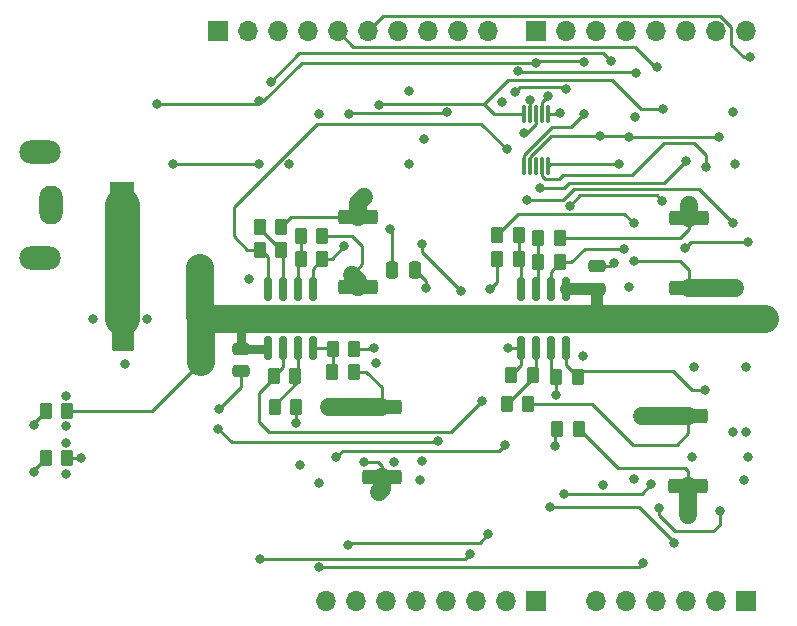
<source format=gbr>
%TF.GenerationSoftware,KiCad,Pcbnew,7.0.7*%
%TF.CreationDate,2024-11-11T15:48:16-05:00*%
%TF.ProjectId,control-board_v2,636f6e74-726f-46c2-9d62-6f6172645f76,rev?*%
%TF.SameCoordinates,Original*%
%TF.FileFunction,Copper,L4,Bot*%
%TF.FilePolarity,Positive*%
%FSLAX46Y46*%
G04 Gerber Fmt 4.6, Leading zero omitted, Abs format (unit mm)*
G04 Created by KiCad (PCBNEW 7.0.7) date 2024-11-11 15:48:16*
%MOMM*%
%LPD*%
G01*
G04 APERTURE LIST*
G04 Aperture macros list*
%AMRoundRect*
0 Rectangle with rounded corners*
0 $1 Rounding radius*
0 $2 $3 $4 $5 $6 $7 $8 $9 X,Y pos of 4 corners*
0 Add a 4 corners polygon primitive as box body*
4,1,4,$2,$3,$4,$5,$6,$7,$8,$9,$2,$3,0*
0 Add four circle primitives for the rounded corners*
1,1,$1+$1,$2,$3*
1,1,$1+$1,$4,$5*
1,1,$1+$1,$6,$7*
1,1,$1+$1,$8,$9*
0 Add four rect primitives between the rounded corners*
20,1,$1+$1,$2,$3,$4,$5,0*
20,1,$1+$1,$4,$5,$6,$7,0*
20,1,$1+$1,$6,$7,$8,$9,0*
20,1,$1+$1,$8,$9,$2,$3,0*%
G04 Aperture macros list end*
%TA.AperFunction,ComponentPad*%
%ADD10R,2.000000X4.000000*%
%TD*%
%TA.AperFunction,ComponentPad*%
%ADD11O,2.000000X3.300000*%
%TD*%
%TA.AperFunction,ComponentPad*%
%ADD12O,3.500000X2.000000*%
%TD*%
%TA.AperFunction,SMDPad,CuDef*%
%ADD13RoundRect,0.250000X1.425000X-0.362500X1.425000X0.362500X-1.425000X0.362500X-1.425000X-0.362500X0*%
%TD*%
%TA.AperFunction,SMDPad,CuDef*%
%ADD14RoundRect,0.250000X-0.262500X-0.450000X0.262500X-0.450000X0.262500X0.450000X-0.262500X0.450000X0*%
%TD*%
%TA.AperFunction,SMDPad,CuDef*%
%ADD15RoundRect,0.250000X0.262500X0.450000X-0.262500X0.450000X-0.262500X-0.450000X0.262500X-0.450000X0*%
%TD*%
%TA.AperFunction,ComponentPad*%
%ADD16R,1.700000X1.700000*%
%TD*%
%TA.AperFunction,ComponentPad*%
%ADD17O,1.700000X1.700000*%
%TD*%
%TA.AperFunction,SMDPad,CuDef*%
%ADD18RoundRect,0.150000X0.150000X-0.825000X0.150000X0.825000X-0.150000X0.825000X-0.150000X-0.825000X0*%
%TD*%
%TA.AperFunction,SMDPad,CuDef*%
%ADD19RoundRect,0.250000X0.475000X-0.250000X0.475000X0.250000X-0.475000X0.250000X-0.475000X-0.250000X0*%
%TD*%
%TA.AperFunction,SMDPad,CuDef*%
%ADD20RoundRect,0.250000X-1.425000X0.362500X-1.425000X-0.362500X1.425000X-0.362500X1.425000X0.362500X0*%
%TD*%
%TA.AperFunction,SMDPad,CuDef*%
%ADD21RoundRect,0.250000X-0.712500X-2.475000X0.712500X-2.475000X0.712500X2.475000X-0.712500X2.475000X0*%
%TD*%
%TA.AperFunction,SMDPad,CuDef*%
%ADD22RoundRect,0.150000X-0.150000X0.825000X-0.150000X-0.825000X0.150000X-0.825000X0.150000X0.825000X0*%
%TD*%
%TA.AperFunction,SMDPad,CuDef*%
%ADD23RoundRect,0.250000X-0.475000X0.250000X-0.475000X-0.250000X0.475000X-0.250000X0.475000X0.250000X0*%
%TD*%
%TA.AperFunction,SMDPad,CuDef*%
%ADD24RoundRect,0.075000X-0.075000X0.650000X-0.075000X-0.650000X0.075000X-0.650000X0.075000X0.650000X0*%
%TD*%
%TA.AperFunction,SMDPad,CuDef*%
%ADD25RoundRect,0.250000X-0.250000X-0.475000X0.250000X-0.475000X0.250000X0.475000X-0.250000X0.475000X0*%
%TD*%
%TA.AperFunction,ViaPad*%
%ADD26C,0.800000*%
%TD*%
%TA.AperFunction,ViaPad*%
%ADD27C,1.600000*%
%TD*%
%TA.AperFunction,Conductor*%
%ADD28C,0.250000*%
%TD*%
%TA.AperFunction,Conductor*%
%ADD29C,2.350000*%
%TD*%
%TA.AperFunction,Conductor*%
%ADD30C,0.750000*%
%TD*%
%TA.AperFunction,Conductor*%
%ADD31C,1.000000*%
%TD*%
%TA.AperFunction,Conductor*%
%ADD32C,1.500000*%
%TD*%
%TA.AperFunction,Conductor*%
%ADD33C,3.000000*%
%TD*%
G04 APERTURE END LIST*
D10*
%TO.P,J1,1*%
%TO.N,/9V_IN*%
X27570000Y-32560000D03*
D11*
%TO.P,J1,2*%
%TO.N,GND*%
X21570000Y-32560000D03*
D12*
%TO.P,J1,MP*%
%TO.N,N/C*%
X20570000Y-28060000D03*
X20570000Y-37060000D03*
%TD*%
D13*
%TO.P,R14,1*%
%TO.N,Net-(R14-Pad1)*%
X75510000Y-39592500D03*
%TO.P,R14,2*%
%TO.N,4-Heater*%
X75510000Y-33667500D03*
%TD*%
D14*
%TO.P,R6,1*%
%TO.N,/current-sensing/V_{h1}*%
X39187500Y-36380000D03*
%TO.P,R6,2*%
%TO.N,Net-(U2A--)*%
X41012500Y-36380000D03*
%TD*%
D15*
%TO.P,R18,1*%
%TO.N,+9V*%
X22912500Y-50000000D03*
%TO.P,R18,2*%
%TO.N,Net-(D18-A)*%
X21087500Y-50000000D03*
%TD*%
%TO.P,R22,1*%
%TO.N,/current-sensing/V_{h4}*%
X64622500Y-37420000D03*
%TO.P,R22,2*%
%TO.N,Net-(U4B--)*%
X62797500Y-37420000D03*
%TD*%
D13*
%TO.P,R1,1*%
%TO.N,Net-(R1-Pad1)*%
X47560000Y-39480000D03*
%TO.P,R1,2*%
%TO.N,1-Heater*%
X47560000Y-33555000D03*
%TD*%
D14*
%TO.P,R11,1*%
%TO.N,Net-(U4A-+)*%
X60127500Y-49430000D03*
%TO.P,R11,2*%
%TO.N,Net-(R11-Pad2)*%
X61952500Y-49430000D03*
%TD*%
D16*
%TO.P,J8,1,Pin_1*%
%TO.N,H2-D12*%
X35650000Y-17840000D03*
D17*
%TO.P,J8,2,Pin_2*%
%TO.N,H1-D13*%
X38190000Y-17840000D03*
%TO.P,J8,3,Pin_3*%
%TO.N,AREF*%
X40730000Y-17840000D03*
%TO.P,J8,4,Pin_4*%
%TO.N,GND*%
X43270000Y-17840000D03*
%TO.P,J8,5,Pin_5*%
%TO.N,H4-D19*%
X45810000Y-17840000D03*
%TO.P,J8,6,Pin_6*%
%TO.N,H3-D18*%
X48350000Y-17840000D03*
%TO.P,J8,7,Pin_7*%
%TO.N,S-D11*%
X50890000Y-17840000D03*
%TO.P,J8,8,Pin_8*%
%TO.N,S-D10*%
X53430000Y-17840000D03*
%TO.P,J8,9,Pin_9*%
%TO.N,S-D9*%
X55970000Y-17840000D03*
%TO.P,J8,10,Pin_10*%
%TO.N,S-D8*%
X58510000Y-17840000D03*
%TD*%
D15*
%TO.P,R10,1*%
%TO.N,3-Heater*%
X66222500Y-51500000D03*
%TO.P,R10,2*%
%TO.N,Net-(U4A--)*%
X64397500Y-51500000D03*
%TD*%
D18*
%TO.P,U4,1*%
%TO.N,/current-sensing/V_{h3}*%
X65120000Y-44645000D03*
%TO.P,U4,2,-*%
%TO.N,Net-(U4A--)*%
X63850000Y-44645000D03*
%TO.P,U4,3,+*%
%TO.N,Net-(U4A-+)*%
X62580000Y-44645000D03*
%TO.P,U4,4,V-*%
%TO.N,GND*%
X61310000Y-44645000D03*
%TO.P,U4,5,+*%
%TO.N,Net-(U4B-+)*%
X61310000Y-39695000D03*
%TO.P,U4,6,-*%
%TO.N,Net-(U4B--)*%
X62580000Y-39695000D03*
%TO.P,U4,7*%
%TO.N,/current-sensing/V_{h4}*%
X63850000Y-39695000D03*
%TO.P,U4,8,V+*%
%TO.N,+9V*%
X65120000Y-39695000D03*
%TD*%
D19*
%TO.P,C3,1*%
%TO.N,+9V*%
X67790000Y-39650000D03*
%TO.P,C3,2*%
%TO.N,GND*%
X67790000Y-37750000D03*
%TD*%
D14*
%TO.P,R4,1*%
%TO.N,Net-(U2B-+)*%
X45357500Y-46700000D03*
%TO.P,R4,2*%
%TO.N,Net-(R2-Pad1)*%
X47182500Y-46700000D03*
%TD*%
D20*
%TO.P,R9,1*%
%TO.N,Net-(R11-Pad2)*%
X75500000Y-50395000D03*
%TO.P,R9,2*%
%TO.N,3-Heater*%
X75500000Y-56320000D03*
%TD*%
%TO.P,R2,1*%
%TO.N,Net-(R2-Pad1)*%
X49540000Y-49660000D03*
%TO.P,R2,2*%
%TO.N,2-Heater*%
X49540000Y-55585000D03*
%TD*%
D15*
%TO.P,R5,1*%
%TO.N,1-Heater*%
X41012500Y-34400000D03*
%TO.P,R5,2*%
%TO.N,Net-(U2A--)*%
X39187500Y-34400000D03*
%TD*%
D16*
%TO.P,J7,1,Pin_1*%
%TO.N,A5*%
X80350000Y-66090000D03*
D17*
%TO.P,J7,2,Pin_2*%
%TO.N,A4*%
X77810000Y-66090000D03*
%TO.P,J7,3,Pin_3*%
%TO.N,A3*%
X75270000Y-66090000D03*
%TO.P,J7,4,Pin_4*%
%TO.N,A2*%
X72730000Y-66090000D03*
%TO.P,J7,5,Pin_5*%
%TO.N,A1*%
X70190000Y-66090000D03*
%TO.P,J7,6,Pin_6*%
%TO.N,A0*%
X67650000Y-66090000D03*
%TD*%
D15*
%TO.P,R12,1*%
%TO.N,Net-(U4A-+)*%
X62312500Y-46960000D03*
%TO.P,R12,2*%
%TO.N,GND*%
X60487500Y-46960000D03*
%TD*%
D21*
%TO.P,F1,1*%
%TO.N,/9V_IN*%
X27632500Y-42170000D03*
%TO.P,F1,2*%
%TO.N,+9V*%
X34407500Y-42170000D03*
%TD*%
D22*
%TO.P,U2,1*%
%TO.N,/current-sensing/V_{h1}*%
X39860000Y-39695000D03*
%TO.P,U2,2,-*%
%TO.N,Net-(U2A--)*%
X41130000Y-39695000D03*
%TO.P,U2,3,+*%
%TO.N,Net-(U2A-+)*%
X42400000Y-39695000D03*
%TO.P,U2,4,V-*%
%TO.N,GND*%
X43670000Y-39695000D03*
%TO.P,U2,5,+*%
%TO.N,Net-(U2B-+)*%
X43670000Y-44645000D03*
%TO.P,U2,6,-*%
%TO.N,Net-(U2B--)*%
X42400000Y-44645000D03*
%TO.P,U2,7*%
%TO.N,/current-sensing/V_{h2}*%
X41130000Y-44645000D03*
%TO.P,U2,8,V+*%
%TO.N,+9V*%
X39860000Y-44645000D03*
%TD*%
D14*
%TO.P,R8,1*%
%TO.N,/current-sensing/V_{h2}*%
X40377500Y-47010000D03*
%TO.P,R8,2*%
%TO.N,Net-(U2B--)*%
X42202500Y-47010000D03*
%TD*%
D15*
%TO.P,R13,1*%
%TO.N,/current-sensing/V_{h3}*%
X66122500Y-47090000D03*
%TO.P,R13,2*%
%TO.N,Net-(U4A--)*%
X64297500Y-47090000D03*
%TD*%
%TO.P,R3,1*%
%TO.N,2-Heater*%
X42282500Y-49650000D03*
%TO.P,R3,2*%
%TO.N,Net-(U2B--)*%
X40457500Y-49650000D03*
%TD*%
%TO.P,R16,1*%
%TO.N,Net-(U4B-+)*%
X61132500Y-35130000D03*
%TO.P,R16,2*%
%TO.N,Net-(R14-Pad1)*%
X59307500Y-35130000D03*
%TD*%
D14*
%TO.P,R20,1*%
%TO.N,Net-(U2A-+)*%
X42687500Y-37130000D03*
%TO.P,R20,2*%
%TO.N,GND*%
X44512500Y-37130000D03*
%TD*%
%TO.P,R7,1*%
%TO.N,Net-(U2B-+)*%
X45367500Y-44710000D03*
%TO.P,R7,2*%
%TO.N,GND*%
X47192500Y-44710000D03*
%TD*%
%TO.P,R19,1*%
%TO.N,Net-(U2A-+)*%
X42687500Y-35150000D03*
%TO.P,R19,2*%
%TO.N,Net-(R1-Pad1)*%
X44512500Y-35150000D03*
%TD*%
D16*
%TO.P,J6,1,Pin_1*%
%TO.N,Vin*%
X62570000Y-66090000D03*
D17*
%TO.P,J6,2,Pin_2*%
%TO.N,GND*%
X60030000Y-66090000D03*
%TO.P,J6,3,Pin_3*%
X57490000Y-66090000D03*
%TO.P,J6,4,Pin_4*%
%TO.N,+5V*%
X54950000Y-66090000D03*
%TO.P,J6,5,Pin_5*%
%TO.N,+3V3*%
X52410000Y-66090000D03*
%TO.P,J6,6,Pin_6*%
%TO.N,Reset*%
X49870000Y-66090000D03*
%TO.P,J6,7,Pin_7*%
%TO.N,IOREF*%
X47330000Y-66090000D03*
%TO.P,J6,8,Pin_8*%
%TO.N,unconnected-(J6-Pin_8-Pad8)*%
X44790000Y-66090000D03*
%TD*%
D23*
%TO.P,C7,1*%
%TO.N,+9V*%
X37600000Y-44750000D03*
%TO.P,C7,2*%
%TO.N,GND*%
X37600000Y-46650000D03*
%TD*%
D15*
%TO.P,R15,1*%
%TO.N,4-Heater*%
X64592500Y-35370000D03*
%TO.P,R15,2*%
%TO.N,Net-(U4B--)*%
X62767500Y-35370000D03*
%TD*%
%TO.P,R17,1*%
%TO.N,+5V*%
X22912500Y-54000000D03*
%TO.P,R17,2*%
%TO.N,Net-(D17-A)*%
X21087500Y-54000000D03*
%TD*%
D24*
%TO.P,U3,1,SCLK*%
%TO.N,CLK*%
X61580000Y-24880000D03*
%TO.P,U3,2,~{CS}*%
%TO.N,CS*%
X62080000Y-24880000D03*
%TO.P,U3,3,VDD*%
%TO.N,+5V*%
X62580000Y-24880000D03*
%TO.P,U3,4,AIN0*%
%TO.N,/current-sensing/V_{h1}*%
X63080000Y-24880000D03*
%TO.P,U3,5,AIN1*%
%TO.N,/current-sensing/V_{h2}*%
X63580000Y-24880000D03*
%TO.P,U3,6,AIN2*%
%TO.N,/current-sensing/V_{h4}*%
X63580000Y-29280000D03*
%TO.P,U3,7,AIN3*%
%TO.N,/current-sensing/V_{h3}*%
X63080000Y-29280000D03*
%TO.P,U3,8*%
%TO.N,N/C*%
X62580000Y-29280000D03*
%TO.P,U3,9,DOUT/~{DRDY}*%
%TO.N,DOUT*%
X62080000Y-29280000D03*
%TO.P,U3,10,DIN*%
%TO.N,DIN*%
X61580000Y-29280000D03*
%TD*%
D25*
%TO.P,C2,1*%
%TO.N,GND*%
X50420000Y-38020000D03*
%TO.P,C2,2*%
%TO.N,+5V*%
X52320000Y-38020000D03*
%TD*%
D16*
%TO.P,J9,1,Pin_1*%
%TO.N,DIN*%
X62570000Y-17840000D03*
D17*
%TO.P,J9,2,Pin_2*%
%TO.N,~{ENABLE}*%
X65110000Y-17840000D03*
%TO.P,J9,3,Pin_3*%
%TO.N,DOUT*%
X67650000Y-17840000D03*
%TO.P,J9,4,Pin_4*%
%TO.N,~{RST}*%
X70190000Y-17840000D03*
%TO.P,J9,5,Pin_5*%
%TO.N,CS*%
X72730000Y-17840000D03*
%TO.P,J9,6,Pin_6*%
%TO.N,CLK*%
X75270000Y-17840000D03*
%TO.P,J9,7,Pin_7*%
%TO.N,unconnected-(J9-Pin_7-Pad7)*%
X77810000Y-17840000D03*
%TO.P,J9,8,Pin_8*%
%TO.N,unconnected-(J9-Pin_8-Pad8)*%
X80350000Y-17840000D03*
%TD*%
D15*
%TO.P,R21,1*%
%TO.N,Net-(U4B-+)*%
X61132500Y-37130000D03*
%TO.P,R21,2*%
%TO.N,GND*%
X59307500Y-37130000D03*
%TD*%
D26*
%TO.N,+9V*%
X41910000Y-42170000D03*
X76470000Y-42173524D03*
X45260000Y-42170000D03*
X70460000Y-42170000D03*
X81940000Y-42190000D03*
D27*
X34210000Y-45890000D03*
D26*
X74100000Y-42170000D03*
X50360000Y-42170000D03*
D27*
X34170000Y-37880000D03*
D26*
X36840000Y-42170000D03*
%TO.N,GND*%
X70490000Y-39500000D03*
X52900000Y-54200000D03*
X80500000Y-53900000D03*
X22810000Y-55299500D03*
X29667324Y-42203068D03*
X80400000Y-51800000D03*
X69160000Y-37450000D03*
X48860000Y-44680000D03*
X60240000Y-44670000D03*
X22790000Y-52700500D03*
X38290000Y-38820000D03*
X80200000Y-55800000D03*
X49004500Y-45930000D03*
X53100000Y-27000000D03*
X51800000Y-22900000D03*
X22810000Y-48700500D03*
X80360000Y-46300000D03*
X79400000Y-29100000D03*
X27770000Y-46040000D03*
X46370000Y-36060000D03*
X79300000Y-51800000D03*
X66590000Y-45350000D03*
X50220000Y-34570000D03*
X59700000Y-23800000D03*
X52800000Y-55875500D03*
X51800000Y-29100000D03*
X79300000Y-24700000D03*
X58700000Y-39700000D03*
X22810000Y-51299500D03*
X25080000Y-42210000D03*
X35750000Y-49790000D03*
%TO.N,+5V*%
X61600000Y-26450000D03*
X70970000Y-25090000D03*
X44210000Y-56100000D03*
X70850000Y-55770000D03*
X24060000Y-53990000D03*
X53270000Y-39600000D03*
X44200000Y-24850000D03*
%TO.N,2-Heater*%
X49330000Y-56840000D03*
X42300000Y-51010000D03*
X48010000Y-54320000D03*
%TO.N,1-Heater*%
X48030000Y-31900000D03*
%TO.N,3-Heater*%
X75580000Y-58880000D03*
%TO.N,4-Heater*%
X75490000Y-32510000D03*
%TO.N,H3-D18*%
X75180000Y-36190000D03*
X80500000Y-35690000D03*
X80740000Y-20070000D03*
%TO.N,H4-D19*%
X76010000Y-46270000D03*
X72800000Y-20900000D03*
%TO.N,CS*%
X71100000Y-21400000D03*
X62080000Y-23650000D03*
X61100000Y-21224500D03*
%TO.N,~{ENABLE}*%
X60800000Y-23004500D03*
X65110000Y-22724500D03*
%TO.N,Net-(D17-A)*%
X20070000Y-55190000D03*
%TO.N,Net-(D18-A)*%
X20100000Y-51160000D03*
%TO.N,2-CS*%
X39190000Y-62530000D03*
X57000000Y-62100000D03*
%TO.N,DIN*%
X30500000Y-24000000D03*
X66630000Y-24860000D03*
X39130000Y-23780000D03*
X66630000Y-20424500D03*
X62600000Y-20500000D03*
%TO.N,~{RST}*%
X41700000Y-29100000D03*
X68980000Y-20390000D03*
X40147604Y-22107603D03*
X68300000Y-56275500D03*
X42590000Y-54590000D03*
%TO.N,DOUT*%
X78200000Y-58450000D03*
X70500000Y-26800000D03*
X67970000Y-26730000D03*
X78100000Y-26800000D03*
X71650000Y-62880000D03*
X73000000Y-58200000D03*
X44260000Y-63240000D03*
%TO.N,2-CS_T1*%
X58540000Y-60440000D03*
X46670000Y-61350000D03*
%TO.N,2-CS_T2*%
X59980000Y-52850000D03*
X45680000Y-53930000D03*
%TO.N,CLK*%
X49270000Y-24060000D03*
X73370000Y-24440000D03*
X50580000Y-54360000D03*
X75780000Y-53910000D03*
%TO.N,1-CS*%
X31900000Y-29100000D03*
X39160000Y-29114502D03*
X35700000Y-51500000D03*
X54320000Y-52570000D03*
%TO.N,1-CS_T2*%
X55080000Y-24710000D03*
X46780000Y-24870000D03*
%TO.N,1-CS_T3*%
X52900000Y-35900000D03*
X56220000Y-39860000D03*
%TO.N,3-CS_T1*%
X74300000Y-61200000D03*
X63770000Y-58120000D03*
%TO.N,3-CS_T2*%
X72330000Y-56210000D03*
X65000000Y-57000000D03*
%TO.N,4-CS_T1*%
X65429283Y-32605316D03*
X73290000Y-32210000D03*
%TO.N,4-CS_T2*%
X75270000Y-28860000D03*
X62970000Y-31110000D03*
%TO.N,4-CS_T3*%
X79300000Y-34100000D03*
X61842299Y-32132299D03*
%TO.N,Net-(U4A--)*%
X64160000Y-53000000D03*
X64268137Y-48638853D03*
%TO.N,/current-sensing/V_{h1}*%
X60110000Y-27840000D03*
X63600000Y-23324500D03*
%TO.N,/current-sensing/V_{h2}*%
X64600000Y-24800000D03*
X57985500Y-49170000D03*
%TO.N,/current-sensing/V_{h4}*%
X70020000Y-36280000D03*
X69600000Y-29100000D03*
%TO.N,/current-sensing/V_{h3}*%
X77000000Y-29300000D03*
X76940000Y-48200000D03*
%TO.N,Net-(R1-Pad1)*%
X46990000Y-38450000D03*
%TO.N,Net-(R2-Pad1)*%
X45100000Y-49700000D03*
%TO.N,Net-(R11-Pad2)*%
X71550000Y-50390000D03*
%TO.N,Net-(R14-Pad1)*%
X70850000Y-34110000D03*
X79430000Y-39580000D03*
X70860000Y-37300000D03*
%TD*%
D28*
%TO.N,+9V*%
X37600000Y-42930000D02*
X36840000Y-42170000D01*
D29*
X34210000Y-45890000D02*
X34210000Y-42367500D01*
X34210000Y-42367500D02*
X34407500Y-42170000D01*
X41910000Y-42170000D02*
X36840000Y-42170000D01*
D28*
X39755000Y-44750000D02*
X39860000Y-44645000D01*
D29*
X74100000Y-42170000D02*
X75300000Y-42170000D01*
D30*
X37600000Y-44750000D02*
X39755000Y-44750000D01*
D29*
X67880000Y-42170000D02*
X70460000Y-42170000D01*
D28*
X54700000Y-42270000D02*
X54600000Y-42170000D01*
X75800000Y-42670000D02*
X75300000Y-42170000D01*
D29*
X81940000Y-42190000D02*
X81960000Y-42170000D01*
X34170000Y-41932500D02*
X34407500Y-42170000D01*
X41910000Y-42170000D02*
X45260000Y-42170000D01*
D28*
X30100000Y-50000000D02*
X34210000Y-45890000D01*
D29*
X70460000Y-42170000D02*
X74100000Y-42170000D01*
X34170000Y-37880000D02*
X34170000Y-41932500D01*
D28*
X67790000Y-42080000D02*
X67880000Y-42170000D01*
D29*
X50360000Y-42170000D02*
X54600000Y-42170000D01*
X36840000Y-42170000D02*
X34407500Y-42170000D01*
D31*
X67790000Y-39650000D02*
X67780000Y-39660000D01*
D28*
X81960000Y-42170000D02*
X81970000Y-42180000D01*
D31*
X67780000Y-39660000D02*
X65175000Y-39660000D01*
D28*
X22912500Y-50000000D02*
X30100000Y-50000000D01*
D29*
X54600000Y-42170000D02*
X67880000Y-42170000D01*
D31*
X67790000Y-39650000D02*
X67790000Y-42080000D01*
D30*
X37600000Y-44750000D02*
X37600000Y-42930000D01*
D29*
X45260000Y-42170000D02*
X50360000Y-42170000D01*
X75300000Y-42170000D02*
X81940000Y-42190000D01*
D28*
%TO.N,GND*%
X43670000Y-37972500D02*
X44512500Y-37130000D01*
X59307500Y-37130000D02*
X59307500Y-39092500D01*
X61310000Y-46137500D02*
X60487500Y-46960000D01*
X48830000Y-44710000D02*
X48860000Y-44680000D01*
X61310000Y-44645000D02*
X60265000Y-44645000D01*
X60265000Y-44645000D02*
X60240000Y-44670000D01*
X44512500Y-37130000D02*
X45300000Y-37130000D01*
X67790000Y-37750000D02*
X68860000Y-37750000D01*
X37600000Y-47940000D02*
X35750000Y-49790000D01*
X68860000Y-37750000D02*
X69160000Y-37450000D01*
X50420000Y-34770000D02*
X50220000Y-34570000D01*
X47192500Y-44710000D02*
X48830000Y-44710000D01*
X59307500Y-39092500D02*
X58700000Y-39700000D01*
X45300000Y-37130000D02*
X46370000Y-36060000D01*
X50420000Y-38020000D02*
X50420000Y-34770000D01*
X43670000Y-39695000D02*
X43670000Y-37972500D01*
X61310000Y-44645000D02*
X61310000Y-46137500D01*
X37600000Y-46650000D02*
X37600000Y-47940000D01*
%TO.N,+5V*%
X53270000Y-39600000D02*
X53270000Y-38970000D01*
X62580000Y-25670685D02*
X62580000Y-24880000D01*
X53270000Y-38970000D02*
X52320000Y-38020000D01*
X61600000Y-26450000D02*
X61800685Y-26450000D01*
X61800685Y-26450000D02*
X62580000Y-25670685D01*
X22912500Y-54000000D02*
X24050000Y-54000000D01*
X24050000Y-54000000D02*
X24060000Y-53990000D01*
%TO.N,2-Heater*%
X48010000Y-54320000D02*
X49240000Y-54320000D01*
D32*
X49540000Y-56630000D02*
X49330000Y-56840000D01*
D28*
X49540000Y-54620000D02*
X49540000Y-55585000D01*
X42300000Y-51010000D02*
X42300000Y-49667500D01*
X42300000Y-49667500D02*
X42282500Y-49650000D01*
D32*
X49540000Y-55585000D02*
X49540000Y-56630000D01*
D28*
X49240000Y-54320000D02*
X49540000Y-54620000D01*
%TO.N,1-Heater*%
X41857500Y-33555000D02*
X47560000Y-33555000D01*
X41012500Y-34400000D02*
X41857500Y-33555000D01*
D32*
X47560000Y-33555000D02*
X47560000Y-32370000D01*
X47560000Y-32370000D02*
X48030000Y-31900000D01*
D28*
%TO.N,3-Heater*%
X75500000Y-58800000D02*
X75580000Y-58880000D01*
X66222500Y-51500000D02*
X69512500Y-54790000D01*
X69512500Y-54790000D02*
X75200000Y-54790000D01*
X75500000Y-55090000D02*
X75500000Y-56320000D01*
X75200000Y-54790000D02*
X75500000Y-55090000D01*
D32*
X75500000Y-56320000D02*
X75500000Y-58800000D01*
%TO.N,4-Heater*%
X75510000Y-33667500D02*
X75510000Y-32530000D01*
D28*
X64592500Y-35370000D02*
X74770000Y-35370000D01*
X75510000Y-32530000D02*
X75490000Y-32510000D01*
X75510000Y-34630000D02*
X75510000Y-33667500D01*
X74770000Y-35370000D02*
X75510000Y-34630000D01*
%TO.N,H3-D18*%
X80190000Y-20070000D02*
X79100000Y-18980000D01*
X79100000Y-18980000D02*
X79100000Y-17468299D01*
X80740000Y-20070000D02*
X80190000Y-20070000D01*
X75680000Y-35690000D02*
X75180000Y-36190000D01*
X78201701Y-16570000D02*
X49620000Y-16570000D01*
X80500000Y-35690000D02*
X75680000Y-35690000D01*
X79100000Y-17468299D02*
X78201701Y-16570000D01*
X49620000Y-16570000D02*
X48350000Y-17840000D01*
%TO.N,H4-D19*%
X72700000Y-20900000D02*
X70950000Y-19150000D01*
X72800000Y-20900000D02*
X72700000Y-20900000D01*
X47120000Y-19150000D02*
X45810000Y-17840000D01*
X70950000Y-19150000D02*
X47120000Y-19150000D01*
%TO.N,CS*%
X62080000Y-23650000D02*
X62080000Y-24880000D01*
X71000000Y-21300000D02*
X71100000Y-21400000D01*
X61100000Y-21224500D02*
X61175500Y-21300000D01*
X61175500Y-21300000D02*
X71000000Y-21300000D01*
%TO.N,~{ENABLE}*%
X64985500Y-22600000D02*
X61204500Y-22600000D01*
X61204500Y-22600000D02*
X60800000Y-23004500D01*
X65110000Y-22724500D02*
X64985500Y-22600000D01*
%TO.N,Net-(D17-A)*%
X20070000Y-55017500D02*
X21087500Y-54000000D01*
X20070000Y-55190000D02*
X20070000Y-55017500D01*
%TO.N,Net-(D18-A)*%
X20100000Y-50987500D02*
X21087500Y-50000000D01*
X20100000Y-51160000D02*
X20100000Y-50987500D01*
%TO.N,/9V_IN*%
X27570000Y-42107500D02*
X27632500Y-42170000D01*
D33*
X27570000Y-32560000D02*
X27570000Y-42107500D01*
D28*
%TO.N,2-CS*%
X57000000Y-62100000D02*
X56580000Y-62520000D01*
X56580000Y-62520000D02*
X44565305Y-62520000D01*
X39205000Y-62515000D02*
X39190000Y-62530000D01*
X44560305Y-62515000D02*
X39205000Y-62515000D01*
X44565305Y-62520000D02*
X44560305Y-62515000D01*
%TO.N,DIN*%
X65520000Y-25970000D02*
X63962919Y-25970000D01*
X42779805Y-20500000D02*
X39499805Y-23780000D01*
X38910000Y-24000000D02*
X39130000Y-23780000D01*
X66630000Y-20424500D02*
X66605500Y-20400000D01*
X39499805Y-23780000D02*
X39130000Y-23780000D01*
X30500000Y-24000000D02*
X38910000Y-24000000D01*
X66605500Y-20400000D02*
X62700000Y-20400000D01*
X63962919Y-25970000D02*
X61580000Y-28352919D01*
X66630000Y-24860000D02*
X65520000Y-25970000D01*
X62700000Y-20400000D02*
X62600000Y-20500000D01*
X61580000Y-28352919D02*
X61580000Y-29280000D01*
X62600000Y-20500000D02*
X42779805Y-20500000D01*
%TO.N,~{RST}*%
X42555207Y-19700000D02*
X68290000Y-19700000D01*
X40147604Y-22107603D02*
X42555207Y-19700000D01*
X68290000Y-19700000D02*
X68980000Y-20390000D01*
%TO.N,DOUT*%
X70500000Y-26800000D02*
X78100000Y-26800000D01*
X62080000Y-28489315D02*
X63839315Y-26730000D01*
X44260000Y-63240000D02*
X71290000Y-63240000D01*
X63839315Y-26730000D02*
X67970000Y-26730000D01*
X74350000Y-60190000D02*
X73000000Y-58840000D01*
X67970000Y-26730000D02*
X70430000Y-26730000D01*
X71290000Y-63240000D02*
X71650000Y-62880000D01*
X78200000Y-59610000D02*
X77620000Y-60190000D01*
X77620000Y-60190000D02*
X74350000Y-60190000D01*
X62080000Y-29280000D02*
X62080000Y-28489315D01*
X70430000Y-26730000D02*
X70500000Y-26800000D01*
X73000000Y-58840000D02*
X73000000Y-58200000D01*
X78200000Y-58450000D02*
X78200000Y-59610000D01*
%TO.N,2-CS_T1*%
X57830000Y-61150000D02*
X46870000Y-61150000D01*
X46870000Y-61150000D02*
X46670000Y-61350000D01*
X58540000Y-60440000D02*
X57830000Y-61150000D01*
%TO.N,2-CS_T2*%
X59480000Y-53350000D02*
X59980000Y-52850000D01*
X45680000Y-53930000D02*
X46260000Y-53350000D01*
X46260000Y-53350000D02*
X59480000Y-53350000D01*
%TO.N,CLK*%
X73370000Y-24440000D02*
X71444695Y-24440000D01*
X59070000Y-24870000D02*
X58185000Y-23985000D01*
X58185000Y-23985000D02*
X58100000Y-23985000D01*
X61580000Y-24880000D02*
X61570000Y-24870000D01*
X58215000Y-23985000D02*
X49345000Y-23985000D01*
X69004695Y-22000000D02*
X60200000Y-22000000D01*
X60200000Y-22000000D02*
X58215000Y-23985000D01*
X71444695Y-24440000D02*
X69004695Y-22000000D01*
X49345000Y-23985000D02*
X49270000Y-24060000D01*
X61570000Y-24870000D02*
X59070000Y-24870000D01*
%TO.N,1-CS*%
X54320000Y-52570000D02*
X54260000Y-52630000D01*
X36830000Y-52630000D02*
X35700000Y-51500000D01*
X54260000Y-52630000D02*
X36830000Y-52630000D01*
X39160000Y-29114502D02*
X39145498Y-29100000D01*
X39145498Y-29100000D02*
X31900000Y-29100000D01*
%TO.N,1-CS_T2*%
X46850000Y-24800000D02*
X46780000Y-24870000D01*
X55080000Y-24710000D02*
X54990000Y-24800000D01*
X54990000Y-24800000D02*
X46850000Y-24800000D01*
%TO.N,1-CS_T3*%
X52900000Y-35900000D02*
X52900000Y-36540000D01*
X52900000Y-36540000D02*
X56220000Y-39860000D01*
%TO.N,3-CS_T1*%
X74300000Y-61200000D02*
X74300000Y-61070000D01*
X74300000Y-61070000D02*
X71350000Y-58120000D01*
X71350000Y-58120000D02*
X63770000Y-58120000D01*
%TO.N,3-CS_T2*%
X71540000Y-57000000D02*
X65000000Y-57000000D01*
X72330000Y-56210000D02*
X71540000Y-57000000D01*
%TO.N,4-CS_T1*%
X73290000Y-32210000D02*
X72830000Y-31750000D01*
X66284599Y-31750000D02*
X65429283Y-32605316D01*
X72830000Y-31750000D02*
X66284599Y-31750000D01*
%TO.N,4-CS_T2*%
X65400000Y-30700000D02*
X64990000Y-31110000D01*
X75270000Y-28860000D02*
X73430000Y-30700000D01*
X64990000Y-31110000D02*
X62970000Y-31110000D01*
X73430000Y-30700000D02*
X65400000Y-30700000D01*
%TO.N,4-CS_T3*%
X76400000Y-31200000D02*
X79300000Y-34100000D01*
X64877701Y-32132299D02*
X65810000Y-31200000D01*
X65810000Y-31200000D02*
X76400000Y-31200000D01*
X61842299Y-32132299D02*
X64877701Y-32132299D01*
%TO.N,Net-(U4A--)*%
X64297500Y-47090000D02*
X64297500Y-48609490D01*
X64297500Y-48609490D02*
X64268137Y-48638853D01*
X63850000Y-46642500D02*
X64297500Y-47090000D01*
X63850000Y-44645000D02*
X63850000Y-46642500D01*
X64160000Y-51737500D02*
X64397500Y-51500000D01*
X64160000Y-53000000D02*
X64160000Y-51737500D01*
%TO.N,/current-sensing/V_{h1}*%
X37000000Y-32700000D02*
X37000000Y-35225305D01*
X57940000Y-25670000D02*
X44030000Y-25670000D01*
X44030000Y-25670000D02*
X37000000Y-32700000D01*
X39275000Y-36380000D02*
X39860000Y-36965000D01*
X63600000Y-23324500D02*
X63080000Y-23844500D01*
X37000000Y-35225305D02*
X38154695Y-36380000D01*
X60110000Y-27840000D02*
X57940000Y-25670000D01*
X38154695Y-36380000D02*
X39275000Y-36380000D01*
X63080000Y-23844500D02*
X63080000Y-24880000D01*
X39860000Y-36965000D02*
X39860000Y-39695000D01*
%TO.N,Net-(U4B--)*%
X62797500Y-37420000D02*
X62797500Y-39477500D01*
X62797500Y-37420000D02*
X62797500Y-35400000D01*
%TO.N,/current-sensing/V_{h2}*%
X39130000Y-48450000D02*
X40377500Y-47202500D01*
X64520000Y-24880000D02*
X64600000Y-24800000D01*
X55385500Y-51770000D02*
X39990000Y-51770000D01*
X40377500Y-47010000D02*
X41130000Y-46257500D01*
X63580000Y-24880000D02*
X64520000Y-24880000D01*
X39990000Y-51770000D02*
X39130000Y-50910000D01*
X40377500Y-47202500D02*
X40377500Y-47010000D01*
X40630000Y-47497500D02*
X40630000Y-46590000D01*
X57985500Y-49170000D02*
X55385500Y-51770000D01*
X41130000Y-46257500D02*
X41130000Y-44645000D01*
X39130000Y-50910000D02*
X39130000Y-48450000D01*
%TO.N,/current-sensing/V_{h4}*%
X63850000Y-38192500D02*
X64622500Y-37420000D01*
X70020000Y-36280000D02*
X66730000Y-36280000D01*
X63850000Y-39695000D02*
X63850000Y-38192500D01*
X65590000Y-37420000D02*
X64622500Y-37420000D01*
X66730000Y-36280000D02*
X65590000Y-37420000D01*
X63760000Y-29100000D02*
X63580000Y-29280000D01*
X69600000Y-29100000D02*
X63760000Y-29100000D01*
%TO.N,/current-sensing/V_{h3}*%
X74210000Y-46600000D02*
X66612500Y-46600000D01*
X66612500Y-46600000D02*
X66122500Y-47090000D01*
X64520000Y-30380000D02*
X63380000Y-30380000D01*
X77000000Y-28290000D02*
X76000000Y-27290000D01*
X76940000Y-48200000D02*
X75810000Y-48200000D01*
X70690000Y-30000000D02*
X64900000Y-30000000D01*
X75810000Y-48200000D02*
X74210000Y-46600000D01*
X64900000Y-30000000D02*
X64520000Y-30380000D01*
X63380000Y-30380000D02*
X63080000Y-30080000D01*
X77000000Y-29300000D02*
X77000000Y-28290000D01*
X73400000Y-27290000D02*
X70690000Y-30000000D01*
X65120000Y-46087500D02*
X65120000Y-44645000D01*
X76000000Y-27290000D02*
X73400000Y-27290000D01*
X63080000Y-30080000D02*
X63080000Y-29280000D01*
X66122500Y-47090000D02*
X65120000Y-46087500D01*
%TO.N,Net-(U2A--)*%
X41130000Y-39695000D02*
X41130000Y-36497500D01*
X39187500Y-34555000D02*
X39187500Y-34400000D01*
X41012500Y-36380000D02*
X39187500Y-34555000D01*
%TO.N,Net-(U2B--)*%
X42400000Y-44645000D02*
X42400000Y-47552500D01*
X40457500Y-49650000D02*
X40457500Y-49495000D01*
X40457500Y-49495000D02*
X42282500Y-47670000D01*
X42400000Y-47552500D02*
X42282500Y-47670000D01*
%TO.N,Net-(R1-Pad1)*%
X47870000Y-37570000D02*
X46990000Y-38450000D01*
X47020000Y-35150000D02*
X47870000Y-36000000D01*
X47870000Y-36000000D02*
X47870000Y-37570000D01*
D32*
X47560000Y-39480000D02*
X47560000Y-39020000D01*
X47560000Y-39020000D02*
X46990000Y-38450000D01*
D28*
X44512500Y-35150000D02*
X47020000Y-35150000D01*
D32*
%TO.N,Net-(R2-Pad1)*%
X45100000Y-49700000D02*
X49500000Y-49700000D01*
D28*
X48230000Y-46700000D02*
X49540000Y-48010000D01*
X49540000Y-48010000D02*
X49540000Y-49660000D01*
X47182500Y-46700000D02*
X48230000Y-46700000D01*
X49500000Y-49700000D02*
X49540000Y-49660000D01*
%TO.N,Net-(R11-Pad2)*%
X70810000Y-52890000D02*
X74510000Y-52890000D01*
X67350000Y-49430000D02*
X70810000Y-52890000D01*
X71555000Y-50395000D02*
X71550000Y-50390000D01*
D32*
X75500000Y-50395000D02*
X71555000Y-50395000D01*
D28*
X74510000Y-52890000D02*
X75500000Y-51900000D01*
X61952500Y-49430000D02*
X67350000Y-49430000D01*
X75500000Y-51900000D02*
X75500000Y-50395000D01*
%TO.N,Net-(U4A-+)*%
X62580000Y-46692500D02*
X62312500Y-46960000D01*
X62312500Y-46960000D02*
X62312500Y-47245000D01*
X62312500Y-47245000D02*
X60127500Y-49430000D01*
X62580000Y-44645000D02*
X62580000Y-46692500D01*
%TO.N,Net-(R14-Pad1)*%
X70070316Y-33330316D02*
X61107184Y-33330316D01*
X61107184Y-33330316D02*
X59307500Y-35130000D01*
X79417500Y-39592500D02*
X79430000Y-39580000D01*
D32*
X75510000Y-39592500D02*
X79417500Y-39592500D01*
D28*
X74790000Y-37300000D02*
X75510000Y-38020000D01*
X75510000Y-38020000D02*
X75510000Y-39592500D01*
X70850000Y-34110000D02*
X70070316Y-33330316D01*
X70860000Y-37300000D02*
X74790000Y-37300000D01*
%TO.N,Net-(U2A-+)*%
X42400000Y-39695000D02*
X42400000Y-37337500D01*
X42400000Y-37337500D02*
X42607500Y-37130000D01*
X42687500Y-37130000D02*
X42687500Y-35150000D01*
%TO.N,Net-(U2B-+)*%
X43670000Y-44645000D02*
X45302500Y-44645000D01*
X45367500Y-46690000D02*
X45357500Y-46700000D01*
X45367500Y-44710000D02*
X45367500Y-46690000D01*
X45302500Y-44645000D02*
X45367500Y-44710000D01*
%TO.N,Net-(U4B-+)*%
X61132500Y-37130000D02*
X61132500Y-35130000D01*
X61310000Y-39695000D02*
X61310000Y-37307500D01*
%TD*%
M02*

</source>
